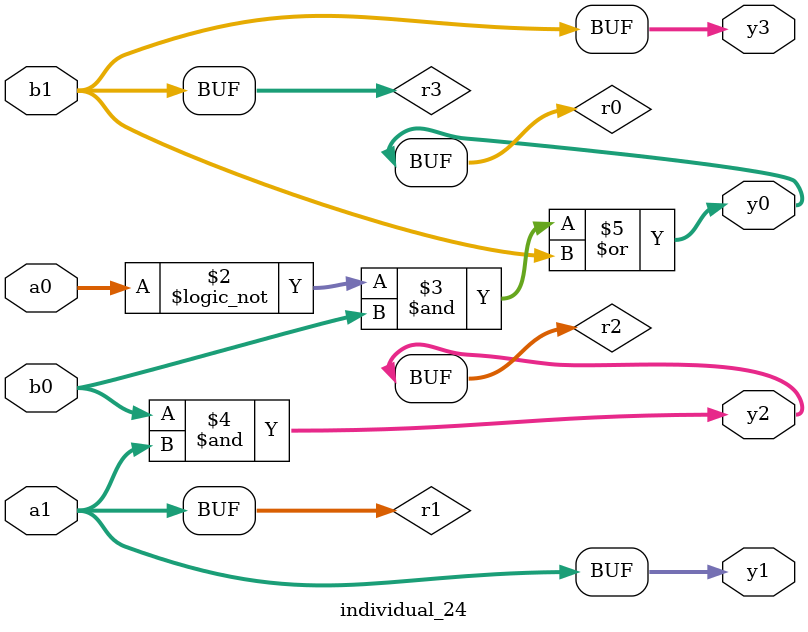
<source format=sv>
module individual_24(input logic [15:0] a1, input logic [15:0] a0, input logic [15:0] b1, input logic [15:0] b0, output logic [15:0] y3, output logic [15:0] y2, output logic [15:0] y1, output logic [15:0] y0);
logic [15:0] r0, r1, r2, r3; 
 always@(*) begin 
	 r0 = a0; r1 = a1; r2 = b0; r3 = b1; 
 	 r0 = ! a0 ;
 	 r0  &=  b0 ;
 	 r2  &=  a1 ;
 	 r0  |=  b1 ;
 	 y3 = r3; y2 = r2; y1 = r1; y0 = r0; 
end
endmodule
</source>
